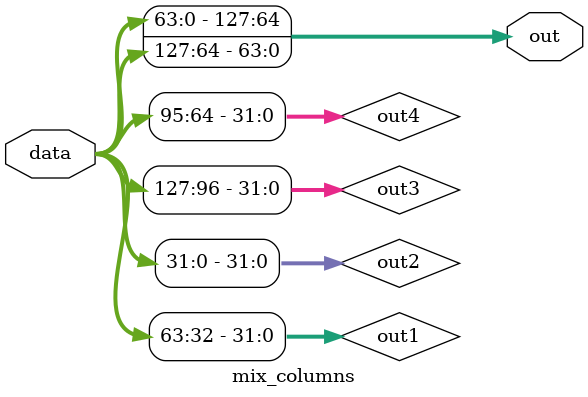
<source format=v>
`timescale 1ns / 1ps
module mix_columns(data, out);

	input [127:0]data;
	
	wire [31:0] out1;
	wire [31:0] out2;
	wire [31:0] out3;
	wire [31:0] out4;
	
	output [127:0] out;
	
	
	//take a column and rotate twice
	assign out1 = data[63:32];
	assign out2 = data[31:0];	
	assign out3 = data[127:96];
	assign out4 = data[95:64];
	
	assign out = {out1, out2, out3, out4};


endmodule

</source>
